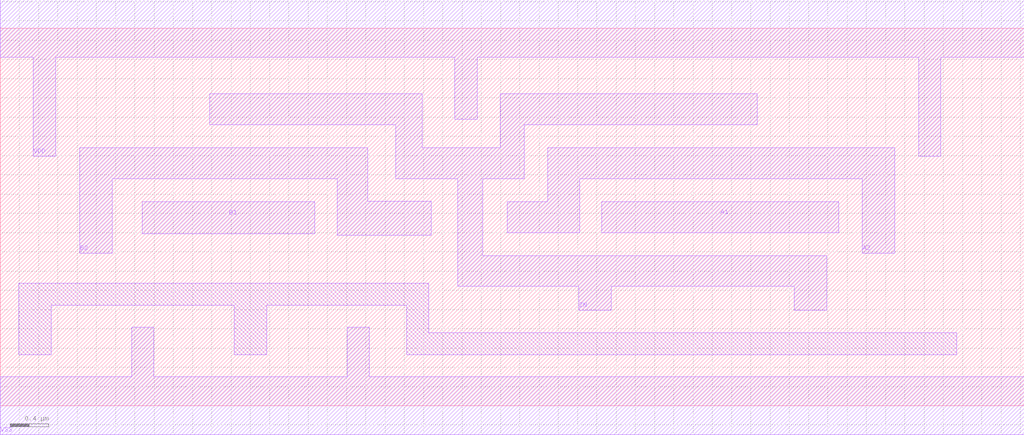
<source format=lef>
# Copyright 2022 GlobalFoundries PDK Authors
#
# Licensed under the Apache License, Version 2.0 (the "License");
# you may not use this file except in compliance with the License.
# You may obtain a copy of the License at
#
#      http://www.apache.org/licenses/LICENSE-2.0
#
# Unless required by applicable law or agreed to in writing, software
# distributed under the License is distributed on an "AS IS" BASIS,
# WITHOUT WARRANTIES OR CONDITIONS OF ANY KIND, either express or implied.
# See the License for the specific language governing permissions and
# limitations under the License.

MACRO gf180mcu_fd_sc_mcu7t5v0__oai22_2
  CLASS core ;
  FOREIGN gf180mcu_fd_sc_mcu7t5v0__oai22_2 0.0 0.0 ;
  ORIGIN 0 0 ;
  SYMMETRY X Y ;
  SITE GF018hv5v_mcu_sc7 ;
  SIZE 10.64 BY 3.92 ;
  PIN A1
    DIRECTION INPUT ;
    ANTENNAGATEAREA 2.079 ;
    PORT
      LAYER Metal1 ;
        POLYGON 6.25 1.8 8.715 1.8 8.715 2.12 6.25 2.12  ;
    END
  END A1
  PIN A2
    DIRECTION INPUT ;
    ANTENNAGATEAREA 2.079 ;
    PORT
      LAYER Metal1 ;
        POLYGON 5.27 1.8 6.02 1.8 6.02 2.36 8.955 2.36 8.955 1.585 9.295 1.585 9.295 2.68 5.69 2.68 5.69 2.12 5.27 2.12  ;
    END
  END A2
  PIN B1
    DIRECTION INPUT ;
    ANTENNAGATEAREA 2.079 ;
    PORT
      LAYER Metal1 ;
        POLYGON 1.475 1.785 3.27 1.785 3.27 2.12 1.475 2.12  ;
    END
  END B1
  PIN B2
    DIRECTION INPUT ;
    ANTENNAGATEAREA 2.079 ;
    PORT
      LAYER Metal1 ;
        POLYGON 0.825 1.585 1.165 1.585 1.165 2.36 3.5 2.36 3.5 1.77 4.48 1.77 4.48 2.125 3.82 2.125 3.82 2.68 0.825 2.68  ;
    END
  END B2
  PIN ZN
    DIRECTION OUTPUT ;
    ANTENNADIFFAREA 2.3774 ;
    PORT
      LAYER Metal1 ;
        POLYGON 2.175 2.92 4.11 2.92 4.11 2.36 4.755 2.36 4.755 1.24 6.01 1.24 6.01 0.99 6.35 0.99 6.35 1.24 8.25 1.24 8.25 0.99 8.59 0.99 8.59 1.56 5.015 1.56 5.015 2.36 5.445 2.36 5.445 2.92 7.865 2.92 7.865 3.24 5.195 3.24 5.195 2.68 4.385 2.68 4.385 3.24 2.175 3.24  ;
    END
  END ZN
  PIN VDD
    DIRECTION INOUT ;
    USE power ;
    SHAPE ABUTMENT ;
    PORT
      LAYER Metal1 ;
        POLYGON 0 3.62 0.345 3.62 0.345 2.59 0.575 2.59 0.575 3.62 4.725 3.62 4.725 2.975 4.955 2.975 4.955 3.62 9.545 3.62 9.545 2.59 9.775 2.59 9.775 3.62 9.94 3.62 10.64 3.62 10.64 4.22 9.94 4.22 0 4.22  ;
    END
  END VDD
  PIN VSS
    DIRECTION INOUT ;
    USE ground ;
    SHAPE ABUTMENT ;
    PORT
      LAYER Metal1 ;
        POLYGON 0 -0.3 10.64 -0.3 10.64 0.3 3.835 0.3 3.835 0.815 3.605 0.815 3.605 0.3 1.595 0.3 1.595 0.815 1.365 0.815 1.365 0.3 0 0.3  ;
    END
  END VSS
  OBS
      LAYER Metal1 ;
        POLYGON 0.19 0.53 0.53 0.53 0.53 1.045 2.43 1.045 2.43 0.53 2.77 0.53 2.77 1.045 4.225 1.045 4.225 0.53 9.94 0.53 9.94 0.76 4.455 0.76 4.455 1.275 0.19 1.275  ;
  END
END gf180mcu_fd_sc_mcu7t5v0__oai22_2

</source>
